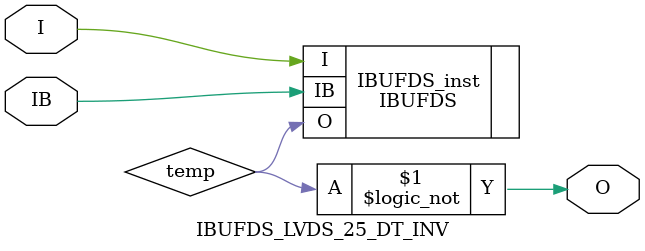
<source format=v>
module IBUFDS_LVDS_25_DT_INV(I, IB, O);
    input I;
    input IB;
    output O;
	 wire temp;
   IBUFDS #(
      .DIFF_TERM("TRUE"),       // Differential Termination
      .IBUF_LOW_PWR("TRUE"),     // Low power="TRUE", Highest performance="FALSE" 
      .IOSTANDARD("LVDS_25_DT")     // Specify the input I/O standard
   ) IBUFDS_inst (
      .O(temp),  // Clock buffer output
      .I(I),  // Diff_p clock buffer input (connect directly to top-level port)
      .IB(IB) // Diff_n clock buffer input (connect directly to top-level port)
   );
	  assign O=!temp;

endmodule
</source>
